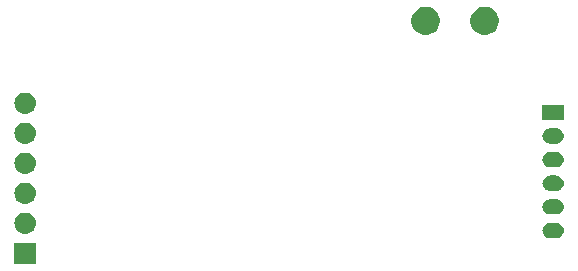
<source format=gbr>
G04 #@! TF.GenerationSoftware,KiCad,Pcbnew,(5.1.0)-1*
G04 #@! TF.CreationDate,2019-04-29T13:19:32-04:00*
G04 #@! TF.ProjectId,ifx9201sg-h-bridge-board,69667839-3230-4317-9367-2d682d627269,--*
G04 #@! TF.SameCoordinates,Original*
G04 #@! TF.FileFunction,Soldermask,Bot*
G04 #@! TF.FilePolarity,Negative*
%FSLAX46Y46*%
G04 Gerber Fmt 4.6, Leading zero omitted, Abs format (unit mm)*
G04 Created by KiCad (PCBNEW (5.1.0)-1) date 2019-04-29 13:19:32*
%MOMM*%
%LPD*%
G04 APERTURE LIST*
%ADD10C,0.100000*%
G04 APERTURE END LIST*
D10*
G36*
X128917000Y-113931000D02*
G01*
X127115000Y-113931000D01*
X127115000Y-112129000D01*
X128917000Y-112129000D01*
X128917000Y-113931000D01*
X128917000Y-113931000D01*
G37*
G36*
X173033855Y-110444140D02*
G01*
X173097618Y-110450420D01*
X173188404Y-110477960D01*
X173220336Y-110487646D01*
X173333425Y-110548094D01*
X173432554Y-110629446D01*
X173513906Y-110728575D01*
X173574354Y-110841664D01*
X173574355Y-110841668D01*
X173611580Y-110964382D01*
X173624149Y-111092000D01*
X173611580Y-111219618D01*
X173604554Y-111242778D01*
X173574354Y-111342336D01*
X173513906Y-111455425D01*
X173432554Y-111554554D01*
X173333425Y-111635906D01*
X173220336Y-111696354D01*
X173188404Y-111706040D01*
X173097618Y-111733580D01*
X173033855Y-111739860D01*
X173001974Y-111743000D01*
X172438026Y-111743000D01*
X172406145Y-111739860D01*
X172342382Y-111733580D01*
X172251596Y-111706040D01*
X172219664Y-111696354D01*
X172106575Y-111635906D01*
X172007446Y-111554554D01*
X171926094Y-111455425D01*
X171865646Y-111342336D01*
X171835446Y-111242778D01*
X171828420Y-111219618D01*
X171815851Y-111092000D01*
X171828420Y-110964382D01*
X171865645Y-110841668D01*
X171865646Y-110841664D01*
X171926094Y-110728575D01*
X172007446Y-110629446D01*
X172106575Y-110548094D01*
X172219664Y-110487646D01*
X172251596Y-110477960D01*
X172342382Y-110450420D01*
X172406145Y-110444140D01*
X172438026Y-110441000D01*
X173001974Y-110441000D01*
X173033855Y-110444140D01*
X173033855Y-110444140D01*
G37*
G36*
X128126442Y-109595518D02*
G01*
X128192627Y-109602037D01*
X128362466Y-109653557D01*
X128518991Y-109737222D01*
X128526031Y-109743000D01*
X128656186Y-109849814D01*
X128739448Y-109951271D01*
X128768778Y-109987009D01*
X128852443Y-110143534D01*
X128903963Y-110313373D01*
X128921359Y-110490000D01*
X128903963Y-110666627D01*
X128885171Y-110728575D01*
X128852442Y-110836468D01*
X128810610Y-110914729D01*
X128768778Y-110992991D01*
X128739448Y-111028729D01*
X128656186Y-111130186D01*
X128554729Y-111213448D01*
X128518991Y-111242778D01*
X128362466Y-111326443D01*
X128192627Y-111377963D01*
X128126443Y-111384481D01*
X128060260Y-111391000D01*
X127971740Y-111391000D01*
X127905557Y-111384481D01*
X127839373Y-111377963D01*
X127669534Y-111326443D01*
X127513009Y-111242778D01*
X127477271Y-111213448D01*
X127375814Y-111130186D01*
X127292552Y-111028729D01*
X127263222Y-110992991D01*
X127221390Y-110914729D01*
X127179558Y-110836468D01*
X127146829Y-110728575D01*
X127128037Y-110666627D01*
X127110641Y-110490000D01*
X127128037Y-110313373D01*
X127179557Y-110143534D01*
X127263222Y-109987009D01*
X127292552Y-109951271D01*
X127375814Y-109849814D01*
X127505969Y-109743000D01*
X127513009Y-109737222D01*
X127669534Y-109653557D01*
X127839373Y-109602037D01*
X127905558Y-109595518D01*
X127971740Y-109589000D01*
X128060260Y-109589000D01*
X128126442Y-109595518D01*
X128126442Y-109595518D01*
G37*
G36*
X173033855Y-108444140D02*
G01*
X173097618Y-108450420D01*
X173188404Y-108477960D01*
X173220336Y-108487646D01*
X173333425Y-108548094D01*
X173432554Y-108629446D01*
X173513906Y-108728575D01*
X173574354Y-108841664D01*
X173574355Y-108841668D01*
X173611580Y-108964382D01*
X173624149Y-109092000D01*
X173611580Y-109219618D01*
X173584040Y-109310404D01*
X173574354Y-109342336D01*
X173513906Y-109455425D01*
X173432554Y-109554554D01*
X173333425Y-109635906D01*
X173220336Y-109696354D01*
X173188404Y-109706040D01*
X173097618Y-109733580D01*
X173033855Y-109739860D01*
X173001974Y-109743000D01*
X172438026Y-109743000D01*
X172406145Y-109739860D01*
X172342382Y-109733580D01*
X172251596Y-109706040D01*
X172219664Y-109696354D01*
X172106575Y-109635906D01*
X172007446Y-109554554D01*
X171926094Y-109455425D01*
X171865646Y-109342336D01*
X171855960Y-109310404D01*
X171828420Y-109219618D01*
X171815851Y-109092000D01*
X171828420Y-108964382D01*
X171865645Y-108841668D01*
X171865646Y-108841664D01*
X171926094Y-108728575D01*
X172007446Y-108629446D01*
X172106575Y-108548094D01*
X172219664Y-108487646D01*
X172251596Y-108477960D01*
X172342382Y-108450420D01*
X172406145Y-108444140D01*
X172438026Y-108441000D01*
X173001974Y-108441000D01*
X173033855Y-108444140D01*
X173033855Y-108444140D01*
G37*
G36*
X128126442Y-107055518D02*
G01*
X128192627Y-107062037D01*
X128362466Y-107113557D01*
X128518991Y-107197222D01*
X128546278Y-107219616D01*
X128656186Y-107309814D01*
X128739448Y-107411271D01*
X128768778Y-107447009D01*
X128852443Y-107603534D01*
X128903963Y-107773373D01*
X128921359Y-107950000D01*
X128903963Y-108126627D01*
X128852443Y-108296466D01*
X128768778Y-108452991D01*
X128740338Y-108487645D01*
X128656186Y-108590186D01*
X128554729Y-108673448D01*
X128518991Y-108702778D01*
X128362466Y-108786443D01*
X128192627Y-108837963D01*
X128126442Y-108844482D01*
X128060260Y-108851000D01*
X127971740Y-108851000D01*
X127905558Y-108844482D01*
X127839373Y-108837963D01*
X127669534Y-108786443D01*
X127513009Y-108702778D01*
X127477271Y-108673448D01*
X127375814Y-108590186D01*
X127291662Y-108487645D01*
X127263222Y-108452991D01*
X127179557Y-108296466D01*
X127128037Y-108126627D01*
X127110641Y-107950000D01*
X127128037Y-107773373D01*
X127179557Y-107603534D01*
X127263222Y-107447009D01*
X127292552Y-107411271D01*
X127375814Y-107309814D01*
X127485722Y-107219616D01*
X127513009Y-107197222D01*
X127669534Y-107113557D01*
X127839373Y-107062037D01*
X127905558Y-107055518D01*
X127971740Y-107049000D01*
X128060260Y-107049000D01*
X128126442Y-107055518D01*
X128126442Y-107055518D01*
G37*
G36*
X173033855Y-106444140D02*
G01*
X173097618Y-106450420D01*
X173188404Y-106477960D01*
X173220336Y-106487646D01*
X173333425Y-106548094D01*
X173432554Y-106629446D01*
X173513906Y-106728575D01*
X173574354Y-106841664D01*
X173574355Y-106841668D01*
X173611580Y-106964382D01*
X173624149Y-107092000D01*
X173611580Y-107219618D01*
X173584219Y-107309814D01*
X173574354Y-107342336D01*
X173513906Y-107455425D01*
X173432554Y-107554554D01*
X173333425Y-107635906D01*
X173220336Y-107696354D01*
X173188404Y-107706040D01*
X173097618Y-107733580D01*
X173033855Y-107739860D01*
X173001974Y-107743000D01*
X172438026Y-107743000D01*
X172406145Y-107739860D01*
X172342382Y-107733580D01*
X172251596Y-107706040D01*
X172219664Y-107696354D01*
X172106575Y-107635906D01*
X172007446Y-107554554D01*
X171926094Y-107455425D01*
X171865646Y-107342336D01*
X171855781Y-107309814D01*
X171828420Y-107219618D01*
X171815851Y-107092000D01*
X171828420Y-106964382D01*
X171865645Y-106841668D01*
X171865646Y-106841664D01*
X171926094Y-106728575D01*
X172007446Y-106629446D01*
X172106575Y-106548094D01*
X172219664Y-106487646D01*
X172251596Y-106477960D01*
X172342382Y-106450420D01*
X172406145Y-106444140D01*
X172438026Y-106441000D01*
X173001974Y-106441000D01*
X173033855Y-106444140D01*
X173033855Y-106444140D01*
G37*
G36*
X128126443Y-104515519D02*
G01*
X128192627Y-104522037D01*
X128362466Y-104573557D01*
X128518991Y-104657222D01*
X128554729Y-104686552D01*
X128656186Y-104769814D01*
X128715154Y-104841668D01*
X128768778Y-104907009D01*
X128852443Y-105063534D01*
X128903963Y-105233373D01*
X128921359Y-105410000D01*
X128903963Y-105586627D01*
X128852443Y-105756466D01*
X128768778Y-105912991D01*
X128739448Y-105948729D01*
X128656186Y-106050186D01*
X128554729Y-106133448D01*
X128518991Y-106162778D01*
X128362466Y-106246443D01*
X128192627Y-106297963D01*
X128126442Y-106304482D01*
X128060260Y-106311000D01*
X127971740Y-106311000D01*
X127905558Y-106304482D01*
X127839373Y-106297963D01*
X127669534Y-106246443D01*
X127513009Y-106162778D01*
X127477271Y-106133448D01*
X127375814Y-106050186D01*
X127292552Y-105948729D01*
X127263222Y-105912991D01*
X127179557Y-105756466D01*
X127128037Y-105586627D01*
X127110641Y-105410000D01*
X127128037Y-105233373D01*
X127179557Y-105063534D01*
X127263222Y-104907009D01*
X127316846Y-104841668D01*
X127375814Y-104769814D01*
X127477271Y-104686552D01*
X127513009Y-104657222D01*
X127669534Y-104573557D01*
X127839373Y-104522037D01*
X127905557Y-104515519D01*
X127971740Y-104509000D01*
X128060260Y-104509000D01*
X128126443Y-104515519D01*
X128126443Y-104515519D01*
G37*
G36*
X173033855Y-104444140D02*
G01*
X173097618Y-104450420D01*
X173188404Y-104477960D01*
X173220336Y-104487646D01*
X173333425Y-104548094D01*
X173432554Y-104629446D01*
X173513906Y-104728575D01*
X173574354Y-104841664D01*
X173574355Y-104841668D01*
X173611580Y-104964382D01*
X173624149Y-105092000D01*
X173611580Y-105219618D01*
X173584040Y-105310404D01*
X173574354Y-105342336D01*
X173513906Y-105455425D01*
X173432554Y-105554554D01*
X173333425Y-105635906D01*
X173220336Y-105696354D01*
X173188404Y-105706040D01*
X173097618Y-105733580D01*
X173033855Y-105739860D01*
X173001974Y-105743000D01*
X172438026Y-105743000D01*
X172406145Y-105739860D01*
X172342382Y-105733580D01*
X172251596Y-105706040D01*
X172219664Y-105696354D01*
X172106575Y-105635906D01*
X172007446Y-105554554D01*
X171926094Y-105455425D01*
X171865646Y-105342336D01*
X171855960Y-105310404D01*
X171828420Y-105219618D01*
X171815851Y-105092000D01*
X171828420Y-104964382D01*
X171865645Y-104841668D01*
X171865646Y-104841664D01*
X171926094Y-104728575D01*
X172007446Y-104629446D01*
X172106575Y-104548094D01*
X172219664Y-104487646D01*
X172251596Y-104477960D01*
X172342382Y-104450420D01*
X172406145Y-104444140D01*
X172438026Y-104441000D01*
X173001974Y-104441000D01*
X173033855Y-104444140D01*
X173033855Y-104444140D01*
G37*
G36*
X128126442Y-101975518D02*
G01*
X128192627Y-101982037D01*
X128362466Y-102033557D01*
X128518991Y-102117222D01*
X128554729Y-102146552D01*
X128656186Y-102229814D01*
X128739448Y-102331271D01*
X128768778Y-102367009D01*
X128852443Y-102523534D01*
X128903963Y-102693373D01*
X128921359Y-102870000D01*
X128903963Y-103046627D01*
X128852443Y-103216466D01*
X128768778Y-103372991D01*
X128739448Y-103408729D01*
X128656186Y-103510186D01*
X128554729Y-103593448D01*
X128518991Y-103622778D01*
X128362466Y-103706443D01*
X128192627Y-103757963D01*
X128126443Y-103764481D01*
X128060260Y-103771000D01*
X127971740Y-103771000D01*
X127905557Y-103764481D01*
X127839373Y-103757963D01*
X127669534Y-103706443D01*
X127513009Y-103622778D01*
X127477271Y-103593448D01*
X127375814Y-103510186D01*
X127292552Y-103408729D01*
X127263222Y-103372991D01*
X127179557Y-103216466D01*
X127128037Y-103046627D01*
X127110641Y-102870000D01*
X127128037Y-102693373D01*
X127179557Y-102523534D01*
X127263222Y-102367009D01*
X127292552Y-102331271D01*
X127375814Y-102229814D01*
X127477271Y-102146552D01*
X127513009Y-102117222D01*
X127669534Y-102033557D01*
X127839373Y-101982037D01*
X127905558Y-101975518D01*
X127971740Y-101969000D01*
X128060260Y-101969000D01*
X128126442Y-101975518D01*
X128126442Y-101975518D01*
G37*
G36*
X173033855Y-102444140D02*
G01*
X173097618Y-102450420D01*
X173188404Y-102477960D01*
X173220336Y-102487646D01*
X173333425Y-102548094D01*
X173432554Y-102629446D01*
X173513906Y-102728575D01*
X173574354Y-102841664D01*
X173574355Y-102841668D01*
X173611580Y-102964382D01*
X173624149Y-103092000D01*
X173611580Y-103219618D01*
X173584040Y-103310404D01*
X173574354Y-103342336D01*
X173513906Y-103455425D01*
X173432554Y-103554554D01*
X173333425Y-103635906D01*
X173220336Y-103696354D01*
X173188404Y-103706040D01*
X173097618Y-103733580D01*
X173033855Y-103739860D01*
X173001974Y-103743000D01*
X172438026Y-103743000D01*
X172406145Y-103739860D01*
X172342382Y-103733580D01*
X172251596Y-103706040D01*
X172219664Y-103696354D01*
X172106575Y-103635906D01*
X172007446Y-103554554D01*
X171926094Y-103455425D01*
X171865646Y-103342336D01*
X171855960Y-103310404D01*
X171828420Y-103219618D01*
X171815851Y-103092000D01*
X171828420Y-102964382D01*
X171865645Y-102841668D01*
X171865646Y-102841664D01*
X171926094Y-102728575D01*
X172007446Y-102629446D01*
X172106575Y-102548094D01*
X172219664Y-102487646D01*
X172251596Y-102477960D01*
X172342382Y-102450420D01*
X172406145Y-102444140D01*
X172438026Y-102441000D01*
X173001974Y-102441000D01*
X173033855Y-102444140D01*
X173033855Y-102444140D01*
G37*
G36*
X173621000Y-101743000D02*
G01*
X171819000Y-101743000D01*
X171819000Y-100441000D01*
X173621000Y-100441000D01*
X173621000Y-101743000D01*
X173621000Y-101743000D01*
G37*
G36*
X128126443Y-99435519D02*
G01*
X128192627Y-99442037D01*
X128362466Y-99493557D01*
X128518991Y-99577222D01*
X128554729Y-99606552D01*
X128656186Y-99689814D01*
X128739448Y-99791271D01*
X128768778Y-99827009D01*
X128852443Y-99983534D01*
X128903963Y-100153373D01*
X128921359Y-100330000D01*
X128903963Y-100506627D01*
X128852443Y-100676466D01*
X128768778Y-100832991D01*
X128739448Y-100868729D01*
X128656186Y-100970186D01*
X128554729Y-101053448D01*
X128518991Y-101082778D01*
X128362466Y-101166443D01*
X128192627Y-101217963D01*
X128126443Y-101224481D01*
X128060260Y-101231000D01*
X127971740Y-101231000D01*
X127905558Y-101224482D01*
X127839373Y-101217963D01*
X127669534Y-101166443D01*
X127513009Y-101082778D01*
X127477271Y-101053448D01*
X127375814Y-100970186D01*
X127292552Y-100868729D01*
X127263222Y-100832991D01*
X127179557Y-100676466D01*
X127128037Y-100506627D01*
X127110641Y-100330000D01*
X127128037Y-100153373D01*
X127179557Y-99983534D01*
X127263222Y-99827009D01*
X127292552Y-99791271D01*
X127375814Y-99689814D01*
X127477271Y-99606552D01*
X127513009Y-99577222D01*
X127669534Y-99493557D01*
X127839373Y-99442037D01*
X127905558Y-99435518D01*
X127971740Y-99429000D01*
X128060260Y-99429000D01*
X128126443Y-99435519D01*
X128126443Y-99435519D01*
G37*
G36*
X167275318Y-92190153D02*
G01*
X167493885Y-92280687D01*
X167493887Y-92280688D01*
X167690593Y-92412122D01*
X167857878Y-92579407D01*
X167989312Y-92776113D01*
X167989313Y-92776115D01*
X168079847Y-92994682D01*
X168126000Y-93226710D01*
X168126000Y-93463290D01*
X168079847Y-93695318D01*
X167989313Y-93913885D01*
X167989312Y-93913887D01*
X167857878Y-94110593D01*
X167690593Y-94277878D01*
X167493887Y-94409312D01*
X167493886Y-94409313D01*
X167493885Y-94409313D01*
X167275318Y-94499847D01*
X167043290Y-94546000D01*
X166806710Y-94546000D01*
X166574682Y-94499847D01*
X166356115Y-94409313D01*
X166356114Y-94409313D01*
X166356113Y-94409312D01*
X166159407Y-94277878D01*
X165992122Y-94110593D01*
X165860688Y-93913887D01*
X165860687Y-93913885D01*
X165770153Y-93695318D01*
X165724000Y-93463290D01*
X165724000Y-93226710D01*
X165770153Y-92994682D01*
X165860687Y-92776115D01*
X165860688Y-92776113D01*
X165992122Y-92579407D01*
X166159407Y-92412122D01*
X166356113Y-92280688D01*
X166356115Y-92280687D01*
X166574682Y-92190153D01*
X166806710Y-92144000D01*
X167043290Y-92144000D01*
X167275318Y-92190153D01*
X167275318Y-92190153D01*
G37*
G36*
X162275318Y-92190153D02*
G01*
X162493885Y-92280687D01*
X162493887Y-92280688D01*
X162690593Y-92412122D01*
X162857878Y-92579407D01*
X162989312Y-92776113D01*
X162989313Y-92776115D01*
X163079847Y-92994682D01*
X163126000Y-93226710D01*
X163126000Y-93463290D01*
X163079847Y-93695318D01*
X162989313Y-93913885D01*
X162989312Y-93913887D01*
X162857878Y-94110593D01*
X162690593Y-94277878D01*
X162493887Y-94409312D01*
X162493886Y-94409313D01*
X162493885Y-94409313D01*
X162275318Y-94499847D01*
X162043290Y-94546000D01*
X161806710Y-94546000D01*
X161574682Y-94499847D01*
X161356115Y-94409313D01*
X161356114Y-94409313D01*
X161356113Y-94409312D01*
X161159407Y-94277878D01*
X160992122Y-94110593D01*
X160860688Y-93913887D01*
X160860687Y-93913885D01*
X160770153Y-93695318D01*
X160724000Y-93463290D01*
X160724000Y-93226710D01*
X160770153Y-92994682D01*
X160860687Y-92776115D01*
X160860688Y-92776113D01*
X160992122Y-92579407D01*
X161159407Y-92412122D01*
X161356113Y-92280688D01*
X161356115Y-92280687D01*
X161574682Y-92190153D01*
X161806710Y-92144000D01*
X162043290Y-92144000D01*
X162275318Y-92190153D01*
X162275318Y-92190153D01*
G37*
M02*

</source>
